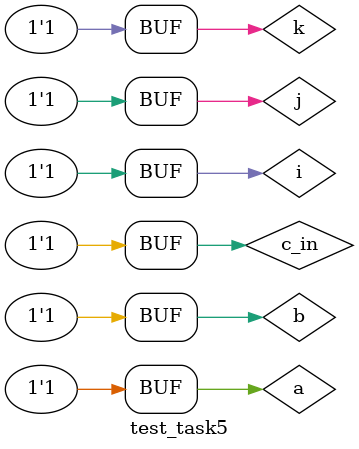
<source format=v>
module test_task5();

    // Inputs.
    reg a;
    reg b;
    reg c_in;
    reg i;
    reg j;
    reg k;

    // Outputs.
    wire h_a_s;
    wire h_a_c_out;

    wire f_a_s;
    wire f_a_c_out;

    // Initializing Half-Adder.
    half_adder h_a (
        .a(a),
        .b(b),
        .s(h_a_s),
        .c_out(h_a_c_out)
    );

    full_adder f_a (
        .a(a),
        .b(b),
        .c_in(c_in),
        .s(f_a_s),
        .c_out(f_a_c_out)
    );

    initial begin
        $dumpfile("waves.vcd");
        $dumpvars(0, test_task5);
        // Initializing inputs.
        
        i = 1;
        repeat (2) begin
            i++;
            j = 1;
            repeat (2) begin
                j++;
                k = 1;
                repeat (2) begin
                    k++;

                    a = i;
                    b = j;
                    c_in = k;
                    #10;  // Wait 10s.
                end
            end
        end
	end
endmodule

</source>
